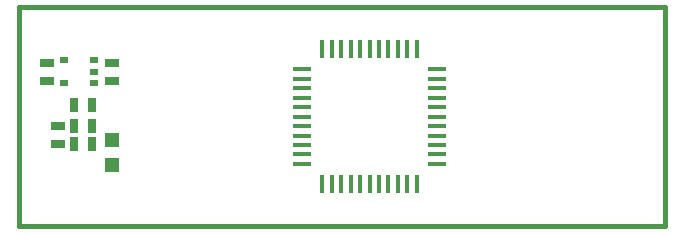
<source format=gtp>
G04 (created by PCBNEW-RS274X (2010-03-14)-final) date jue 03 nov 2011 19:09:22 ART*
G01*
G70*
G90*
%MOIN*%
G04 Gerber Fmt 3.4, Leading zero omitted, Abs format*
%FSLAX34Y34*%
G04 APERTURE LIST*
%ADD10C,0.000100*%
%ADD11C,0.015000*%
%ADD12R,0.016000X0.060000*%
%ADD13R,0.060000X0.016000*%
%ADD14R,0.030000X0.020000*%
%ADD15R,0.045000X0.025000*%
%ADD16R,0.025000X0.045000*%
%ADD17R,0.047200X0.047200*%
G04 APERTURE END LIST*
G54D10*
G54D11*
X76900Y-45850D02*
X76900Y-53150D01*
X76900Y-53150D02*
X55350Y-53150D01*
X55350Y-53150D02*
X55350Y-45850D01*
X55350Y-45850D02*
X76900Y-45850D01*
G54D12*
X67050Y-51750D03*
X67365Y-51750D03*
X67680Y-51750D03*
X67995Y-51750D03*
X68310Y-51750D03*
X68625Y-51750D03*
X66735Y-51750D03*
X66420Y-51750D03*
X66105Y-51750D03*
X65790Y-51750D03*
X65475Y-51750D03*
X67050Y-47250D03*
X67365Y-47250D03*
X67680Y-47250D03*
X67995Y-47250D03*
X68310Y-47250D03*
X68625Y-47250D03*
X66735Y-47250D03*
X66420Y-47250D03*
X66105Y-47250D03*
X65790Y-47250D03*
X65475Y-47250D03*
G54D13*
X69300Y-49500D03*
X64800Y-49500D03*
X69300Y-49185D03*
X64800Y-49185D03*
X64800Y-48870D03*
X69300Y-48870D03*
X69300Y-48555D03*
X64800Y-48555D03*
X64800Y-48240D03*
X69300Y-48240D03*
X69300Y-47925D03*
X64800Y-47925D03*
X64800Y-49815D03*
X69300Y-49815D03*
X69300Y-50130D03*
X64800Y-50130D03*
X64800Y-50445D03*
X69300Y-50445D03*
X69300Y-50760D03*
X64800Y-50760D03*
X64800Y-51075D03*
X69300Y-51075D03*
G54D14*
X57850Y-48375D03*
X57850Y-47625D03*
X56850Y-48375D03*
X57850Y-48000D03*
X56850Y-47625D03*
G54D15*
X58450Y-48300D03*
X58450Y-47700D03*
X56300Y-48300D03*
X56300Y-47700D03*
G54D16*
X57200Y-49100D03*
X57800Y-49100D03*
X57200Y-50400D03*
X57800Y-50400D03*
X57800Y-49800D03*
X57200Y-49800D03*
G54D15*
X56650Y-50400D03*
X56650Y-49800D03*
G54D17*
X58450Y-51113D03*
X58450Y-50287D03*
M02*

</source>
